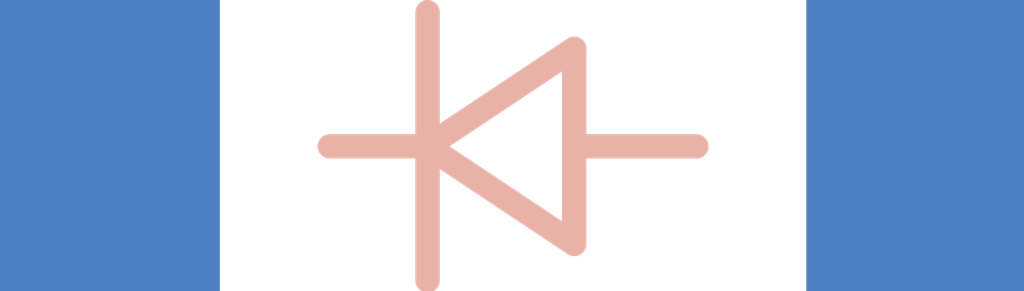
<source format=kicad_pcb>
(kicad_pcb (version 20240108) (generator "ergogen") (generator_version "4.2.0")
  (title_block (title "pcb") (date "2025-10-15") (rev "v9.9") (company "Ergogen Tests"))
  (layers (0 "F.Cu" signal) (31 "B.Cu" signal) (34 "B.Paste" user) (35 "F.Paste" user) (36 "B.SilkS" user "B.Silkscreen") (37 "F.SilkS" user "F.Silkscreen") (38 "B.Mask" user) (39 "F.Mask" user) (44 "Edge.Cuts" user))
  (net 0 "")
  (net 1 "GND")
  (net 2 "ROW1")
  (footprint "ceoloide:diode_tht_sod123" (layer "B.Cu") (at 0 0 0)
    (property "Reference" "D1" hide)
    (fp_line (start 0.25 0) (end 0.75 0) (layer "B.SilkS") (stroke (width 0.1)))
    (fp_line (start 0.25 0.4) (end -0.35 0) (layer "B.SilkS") (stroke (width 0.1)))
    (fp_line (start 0.25 -0.4) (end 0.25 0.4) (layer "B.SilkS") (stroke (width 0.1)))
    (fp_line (start -0.35 0) (end 0.25 -0.4) (layer "B.SilkS") (stroke (width 0.1)))
    (fp_line (start -0.35 0) (end -0.35 0.55) (layer "B.SilkS") (stroke (width 0.1)))
    (fp_line (start -0.35 0) (end -0.35 -0.55) (layer "B.SilkS") (stroke (width 0.1)))
    (fp_line (start -0.75 0) (end -0.35 0) (layer "B.SilkS") (stroke (width 0.1)))
    (pad "2" smd rect (at 1.65 0 0) (size 0.9 1.2) (layers "B.Cu" "B.Paste" "B.Mask") (net 1 "GND"))
    (pad "1" smd rect (at -1.65 0 0) (size 0.9 1.2) (layers "B.Cu" "B.Paste" "B.Mask") (net 2 "ROW1"))
  )
)
</source>
